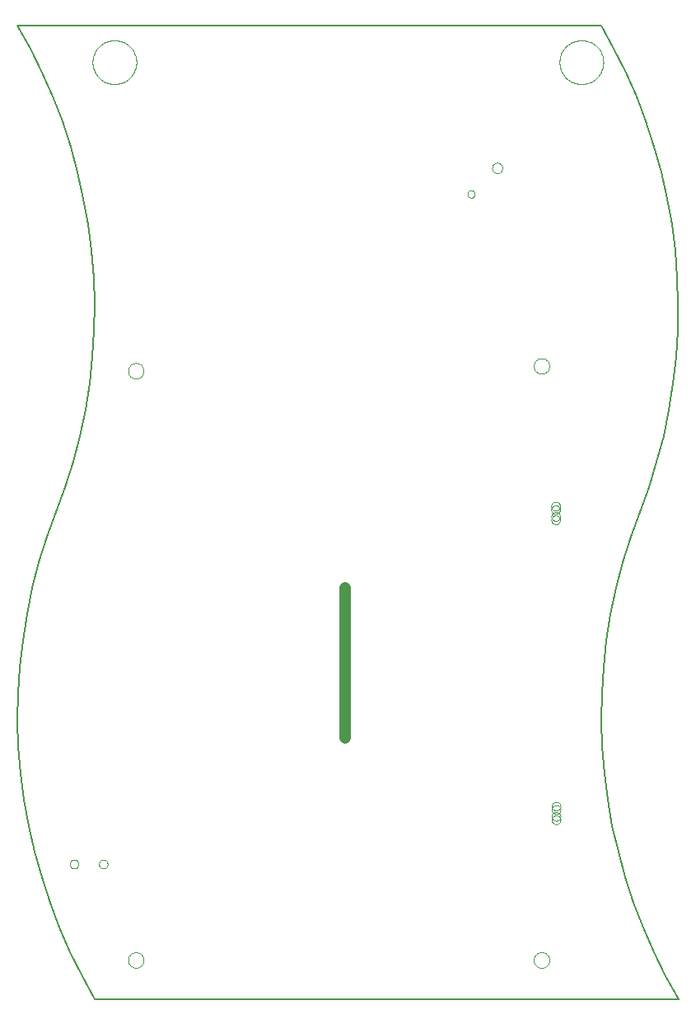
<source format=gko>
G75*
G70*
%OFA0B0*%
%FSLAX24Y24*%
%IPPOS*%
%LPD*%
%AMOC8*
5,1,8,0,0,1.08239X$1,22.5*
%
%ADD10C,0.0050*%
%ADD11C,0.0472*%
%ADD12C,0.0000*%
D10*
X004395Y000704D02*
X028017Y000704D01*
X004395Y000704D02*
X003871Y001643D01*
X003391Y002606D01*
X002958Y003591D01*
X002573Y004595D01*
X002236Y005617D01*
X001948Y006654D01*
X001710Y007703D01*
X001522Y008762D01*
X001385Y009829D01*
X001299Y010902D01*
X001265Y011977D01*
X001282Y013052D01*
X001350Y014126D01*
X001469Y015195D01*
X001640Y016257D01*
X001861Y017310D01*
X002131Y018351D01*
X002452Y019378D01*
X002821Y020389D01*
X026442Y020389D02*
X026811Y021400D01*
X027132Y022427D01*
X027402Y023468D01*
X027623Y024521D01*
X027794Y025583D01*
X027913Y026652D01*
X027981Y027726D01*
X027998Y028801D01*
X027964Y029876D01*
X027878Y030949D01*
X027741Y032016D01*
X027553Y033075D01*
X027315Y034124D01*
X027027Y035161D01*
X026690Y036183D01*
X026305Y037187D01*
X025872Y038172D01*
X025392Y039135D01*
X024868Y040074D01*
X024867Y040074D02*
X001245Y040074D01*
X001246Y040074D02*
X001770Y039135D01*
X002250Y038172D01*
X002683Y037187D01*
X003068Y036183D01*
X003405Y035161D01*
X003693Y034124D01*
X003931Y033075D01*
X004119Y032016D01*
X004256Y030949D01*
X004342Y029876D01*
X004376Y028801D01*
X004359Y027726D01*
X004291Y026652D01*
X004172Y025583D01*
X004001Y024521D01*
X003780Y023468D01*
X003510Y022427D01*
X003189Y021400D01*
X002820Y020389D01*
X026443Y020389D02*
X026074Y019378D01*
X025753Y018351D01*
X025483Y017310D01*
X025262Y016257D01*
X025091Y015195D01*
X024972Y014126D01*
X024904Y013052D01*
X024887Y011977D01*
X024921Y010902D01*
X025007Y009829D01*
X025144Y008762D01*
X025332Y007703D01*
X025570Y006654D01*
X025858Y005617D01*
X026195Y004595D01*
X026580Y003591D01*
X027013Y002606D01*
X027493Y001643D01*
X028017Y000704D01*
D11*
X014513Y011255D02*
X014513Y017318D01*
D12*
X003371Y006157D02*
X003373Y006183D01*
X003379Y006209D01*
X003389Y006234D01*
X003402Y006257D01*
X003418Y006277D01*
X003438Y006295D01*
X003460Y006310D01*
X003483Y006322D01*
X003509Y006330D01*
X003535Y006334D01*
X003561Y006334D01*
X003587Y006330D01*
X003613Y006322D01*
X003637Y006310D01*
X003658Y006295D01*
X003678Y006277D01*
X003694Y006257D01*
X003707Y006234D01*
X003717Y006209D01*
X003723Y006183D01*
X003725Y006157D01*
X003723Y006131D01*
X003717Y006105D01*
X003707Y006080D01*
X003694Y006057D01*
X003678Y006037D01*
X003658Y006019D01*
X003636Y006004D01*
X003613Y005992D01*
X003587Y005984D01*
X003561Y005980D01*
X003535Y005980D01*
X003509Y005984D01*
X003483Y005992D01*
X003459Y006004D01*
X003438Y006019D01*
X003418Y006037D01*
X003402Y006057D01*
X003389Y006080D01*
X003379Y006105D01*
X003373Y006131D01*
X003371Y006157D01*
X004553Y006157D02*
X004555Y006183D01*
X004561Y006209D01*
X004571Y006234D01*
X004584Y006257D01*
X004600Y006277D01*
X004620Y006295D01*
X004642Y006310D01*
X004665Y006322D01*
X004691Y006330D01*
X004717Y006334D01*
X004743Y006334D01*
X004769Y006330D01*
X004795Y006322D01*
X004819Y006310D01*
X004840Y006295D01*
X004860Y006277D01*
X004876Y006257D01*
X004889Y006234D01*
X004899Y006209D01*
X004905Y006183D01*
X004907Y006157D01*
X004905Y006131D01*
X004899Y006105D01*
X004889Y006080D01*
X004876Y006057D01*
X004860Y006037D01*
X004840Y006019D01*
X004818Y006004D01*
X004795Y005992D01*
X004769Y005984D01*
X004743Y005980D01*
X004717Y005980D01*
X004691Y005984D01*
X004665Y005992D01*
X004641Y006004D01*
X004620Y006019D01*
X004600Y006037D01*
X004584Y006057D01*
X004571Y006080D01*
X004561Y006105D01*
X004555Y006131D01*
X004553Y006157D01*
X005733Y002279D02*
X005735Y002314D01*
X005741Y002349D01*
X005751Y002383D01*
X005764Y002416D01*
X005781Y002447D01*
X005802Y002475D01*
X005825Y002502D01*
X005852Y002525D01*
X005880Y002546D01*
X005911Y002563D01*
X005944Y002576D01*
X005978Y002586D01*
X006013Y002592D01*
X006048Y002594D01*
X006083Y002592D01*
X006118Y002586D01*
X006152Y002576D01*
X006185Y002563D01*
X006216Y002546D01*
X006244Y002525D01*
X006271Y002502D01*
X006294Y002475D01*
X006315Y002447D01*
X006332Y002416D01*
X006345Y002383D01*
X006355Y002349D01*
X006361Y002314D01*
X006363Y002279D01*
X006361Y002244D01*
X006355Y002209D01*
X006345Y002175D01*
X006332Y002142D01*
X006315Y002111D01*
X006294Y002083D01*
X006271Y002056D01*
X006244Y002033D01*
X006216Y002012D01*
X006185Y001995D01*
X006152Y001982D01*
X006118Y001972D01*
X006083Y001966D01*
X006048Y001964D01*
X006013Y001966D01*
X005978Y001972D01*
X005944Y001982D01*
X005911Y001995D01*
X005880Y002012D01*
X005852Y002033D01*
X005825Y002056D01*
X005802Y002083D01*
X005781Y002111D01*
X005764Y002142D01*
X005751Y002175D01*
X005741Y002209D01*
X005735Y002244D01*
X005733Y002279D01*
X005733Y026098D02*
X005735Y026133D01*
X005741Y026168D01*
X005751Y026202D01*
X005764Y026235D01*
X005781Y026266D01*
X005802Y026294D01*
X005825Y026321D01*
X005852Y026344D01*
X005880Y026365D01*
X005911Y026382D01*
X005944Y026395D01*
X005978Y026405D01*
X006013Y026411D01*
X006048Y026413D01*
X006083Y026411D01*
X006118Y026405D01*
X006152Y026395D01*
X006185Y026382D01*
X006216Y026365D01*
X006244Y026344D01*
X006271Y026321D01*
X006294Y026294D01*
X006315Y026266D01*
X006332Y026235D01*
X006345Y026202D01*
X006355Y026168D01*
X006361Y026133D01*
X006363Y026098D01*
X006361Y026063D01*
X006355Y026028D01*
X006345Y025994D01*
X006332Y025961D01*
X006315Y025930D01*
X006294Y025902D01*
X006271Y025875D01*
X006244Y025852D01*
X006216Y025831D01*
X006185Y025814D01*
X006152Y025801D01*
X006118Y025791D01*
X006083Y025785D01*
X006048Y025783D01*
X006013Y025785D01*
X005978Y025791D01*
X005944Y025801D01*
X005911Y025814D01*
X005880Y025831D01*
X005852Y025852D01*
X005825Y025875D01*
X005802Y025902D01*
X005781Y025930D01*
X005764Y025961D01*
X005751Y025994D01*
X005741Y026028D01*
X005735Y026063D01*
X005733Y026098D01*
X004296Y038578D02*
X004298Y038637D01*
X004304Y038696D01*
X004314Y038754D01*
X004327Y038812D01*
X004345Y038869D01*
X004366Y038924D01*
X004391Y038978D01*
X004420Y039030D01*
X004452Y039079D01*
X004487Y039127D01*
X004525Y039172D01*
X004566Y039215D01*
X004610Y039255D01*
X004656Y039291D01*
X004705Y039325D01*
X004756Y039355D01*
X004809Y039382D01*
X004864Y039405D01*
X004919Y039424D01*
X004977Y039440D01*
X005035Y039452D01*
X005093Y039460D01*
X005152Y039464D01*
X005212Y039464D01*
X005271Y039460D01*
X005329Y039452D01*
X005387Y039440D01*
X005445Y039424D01*
X005500Y039405D01*
X005555Y039382D01*
X005608Y039355D01*
X005659Y039325D01*
X005708Y039291D01*
X005754Y039255D01*
X005798Y039215D01*
X005839Y039172D01*
X005877Y039127D01*
X005912Y039079D01*
X005944Y039030D01*
X005973Y038978D01*
X005998Y038924D01*
X006019Y038869D01*
X006037Y038812D01*
X006050Y038754D01*
X006060Y038696D01*
X006066Y038637D01*
X006068Y038578D01*
X006066Y038519D01*
X006060Y038460D01*
X006050Y038402D01*
X006037Y038344D01*
X006019Y038287D01*
X005998Y038232D01*
X005973Y038178D01*
X005944Y038126D01*
X005912Y038077D01*
X005877Y038029D01*
X005839Y037984D01*
X005798Y037941D01*
X005754Y037901D01*
X005708Y037865D01*
X005659Y037831D01*
X005608Y037801D01*
X005555Y037774D01*
X005500Y037751D01*
X005445Y037732D01*
X005387Y037716D01*
X005329Y037704D01*
X005271Y037696D01*
X005212Y037692D01*
X005152Y037692D01*
X005093Y037696D01*
X005035Y037704D01*
X004977Y037716D01*
X004919Y037732D01*
X004864Y037751D01*
X004809Y037774D01*
X004756Y037801D01*
X004705Y037831D01*
X004656Y037865D01*
X004610Y037901D01*
X004566Y037941D01*
X004525Y037984D01*
X004487Y038029D01*
X004452Y038077D01*
X004420Y038126D01*
X004391Y038178D01*
X004366Y038232D01*
X004345Y038287D01*
X004327Y038344D01*
X004314Y038402D01*
X004304Y038460D01*
X004298Y038519D01*
X004296Y038578D01*
X019466Y033246D02*
X019468Y033270D01*
X019474Y033293D01*
X019483Y033315D01*
X019496Y033335D01*
X019511Y033353D01*
X019530Y033368D01*
X019551Y033380D01*
X019573Y033388D01*
X019596Y033393D01*
X019620Y033394D01*
X019644Y033391D01*
X019666Y033384D01*
X019688Y033374D01*
X019708Y033361D01*
X019725Y033344D01*
X019739Y033325D01*
X019750Y033304D01*
X019758Y033281D01*
X019762Y033258D01*
X019762Y033234D01*
X019758Y033211D01*
X019750Y033188D01*
X019739Y033167D01*
X019725Y033148D01*
X019708Y033131D01*
X019688Y033118D01*
X019666Y033108D01*
X019644Y033101D01*
X019620Y033098D01*
X019596Y033099D01*
X019573Y033104D01*
X019551Y033112D01*
X019530Y033124D01*
X019511Y033139D01*
X019496Y033157D01*
X019483Y033177D01*
X019474Y033199D01*
X019468Y033222D01*
X019466Y033246D01*
X020465Y034304D02*
X020467Y034332D01*
X020473Y034360D01*
X020482Y034386D01*
X020495Y034412D01*
X020511Y034435D01*
X020531Y034455D01*
X020553Y034473D01*
X020577Y034488D01*
X020603Y034499D01*
X020630Y034507D01*
X020658Y034511D01*
X020686Y034511D01*
X020714Y034507D01*
X020741Y034499D01*
X020767Y034488D01*
X020791Y034473D01*
X020813Y034455D01*
X020833Y034435D01*
X020849Y034412D01*
X020862Y034386D01*
X020871Y034360D01*
X020877Y034332D01*
X020879Y034304D01*
X020877Y034276D01*
X020871Y034248D01*
X020862Y034222D01*
X020849Y034196D01*
X020833Y034173D01*
X020813Y034153D01*
X020791Y034135D01*
X020767Y034120D01*
X020741Y034109D01*
X020714Y034101D01*
X020686Y034097D01*
X020658Y034097D01*
X020630Y034101D01*
X020603Y034109D01*
X020577Y034120D01*
X020553Y034135D01*
X020531Y034153D01*
X020511Y034173D01*
X020495Y034196D01*
X020482Y034222D01*
X020473Y034248D01*
X020467Y034276D01*
X020465Y034304D01*
X023194Y038578D02*
X023196Y038637D01*
X023202Y038696D01*
X023212Y038754D01*
X023225Y038812D01*
X023243Y038869D01*
X023264Y038924D01*
X023289Y038978D01*
X023318Y039030D01*
X023350Y039079D01*
X023385Y039127D01*
X023423Y039172D01*
X023464Y039215D01*
X023508Y039255D01*
X023554Y039291D01*
X023603Y039325D01*
X023654Y039355D01*
X023707Y039382D01*
X023762Y039405D01*
X023817Y039424D01*
X023875Y039440D01*
X023933Y039452D01*
X023991Y039460D01*
X024050Y039464D01*
X024110Y039464D01*
X024169Y039460D01*
X024227Y039452D01*
X024285Y039440D01*
X024343Y039424D01*
X024398Y039405D01*
X024453Y039382D01*
X024506Y039355D01*
X024557Y039325D01*
X024606Y039291D01*
X024652Y039255D01*
X024696Y039215D01*
X024737Y039172D01*
X024775Y039127D01*
X024810Y039079D01*
X024842Y039030D01*
X024871Y038978D01*
X024896Y038924D01*
X024917Y038869D01*
X024935Y038812D01*
X024948Y038754D01*
X024958Y038696D01*
X024964Y038637D01*
X024966Y038578D01*
X024964Y038519D01*
X024958Y038460D01*
X024948Y038402D01*
X024935Y038344D01*
X024917Y038287D01*
X024896Y038232D01*
X024871Y038178D01*
X024842Y038126D01*
X024810Y038077D01*
X024775Y038029D01*
X024737Y037984D01*
X024696Y037941D01*
X024652Y037901D01*
X024606Y037865D01*
X024557Y037831D01*
X024506Y037801D01*
X024453Y037774D01*
X024398Y037751D01*
X024343Y037732D01*
X024285Y037716D01*
X024227Y037704D01*
X024169Y037696D01*
X024110Y037692D01*
X024050Y037692D01*
X023991Y037696D01*
X023933Y037704D01*
X023875Y037716D01*
X023817Y037732D01*
X023762Y037751D01*
X023707Y037774D01*
X023654Y037801D01*
X023603Y037831D01*
X023554Y037865D01*
X023508Y037901D01*
X023464Y037941D01*
X023423Y037984D01*
X023385Y038029D01*
X023350Y038077D01*
X023318Y038126D01*
X023289Y038178D01*
X023264Y038232D01*
X023243Y038287D01*
X023225Y038344D01*
X023212Y038402D01*
X023202Y038460D01*
X023196Y038519D01*
X023194Y038578D01*
X022151Y026294D02*
X022153Y026329D01*
X022159Y026364D01*
X022169Y026398D01*
X022182Y026431D01*
X022199Y026462D01*
X022220Y026490D01*
X022243Y026517D01*
X022270Y026540D01*
X022298Y026561D01*
X022329Y026578D01*
X022362Y026591D01*
X022396Y026601D01*
X022431Y026607D01*
X022466Y026609D01*
X022501Y026607D01*
X022536Y026601D01*
X022570Y026591D01*
X022603Y026578D01*
X022634Y026561D01*
X022662Y026540D01*
X022689Y026517D01*
X022712Y026490D01*
X022733Y026462D01*
X022750Y026431D01*
X022763Y026398D01*
X022773Y026364D01*
X022779Y026329D01*
X022781Y026294D01*
X022779Y026259D01*
X022773Y026224D01*
X022763Y026190D01*
X022750Y026157D01*
X022733Y026126D01*
X022712Y026098D01*
X022689Y026071D01*
X022662Y026048D01*
X022634Y026027D01*
X022603Y026010D01*
X022570Y025997D01*
X022536Y025987D01*
X022501Y025981D01*
X022466Y025979D01*
X022431Y025981D01*
X022396Y025987D01*
X022362Y025997D01*
X022329Y026010D01*
X022298Y026027D01*
X022270Y026048D01*
X022243Y026071D01*
X022220Y026098D01*
X022199Y026126D01*
X022182Y026157D01*
X022169Y026190D01*
X022159Y026224D01*
X022153Y026259D01*
X022151Y026294D01*
X022860Y020625D02*
X022862Y020651D01*
X022868Y020677D01*
X022878Y020702D01*
X022891Y020725D01*
X022907Y020745D01*
X022927Y020763D01*
X022949Y020778D01*
X022972Y020790D01*
X022998Y020798D01*
X023024Y020802D01*
X023050Y020802D01*
X023076Y020798D01*
X023102Y020790D01*
X023126Y020778D01*
X023147Y020763D01*
X023167Y020745D01*
X023183Y020725D01*
X023196Y020702D01*
X023206Y020677D01*
X023212Y020651D01*
X023214Y020625D01*
X023212Y020599D01*
X023206Y020573D01*
X023196Y020548D01*
X023183Y020525D01*
X023167Y020505D01*
X023147Y020487D01*
X023125Y020472D01*
X023102Y020460D01*
X023076Y020452D01*
X023050Y020448D01*
X023024Y020448D01*
X022998Y020452D01*
X022972Y020460D01*
X022948Y020472D01*
X022927Y020487D01*
X022907Y020505D01*
X022891Y020525D01*
X022878Y020548D01*
X022868Y020573D01*
X022862Y020599D01*
X022860Y020625D01*
X022860Y020487D02*
X022862Y020513D01*
X022868Y020539D01*
X022878Y020564D01*
X022891Y020587D01*
X022907Y020607D01*
X022927Y020625D01*
X022949Y020640D01*
X022972Y020652D01*
X022998Y020660D01*
X023024Y020664D01*
X023050Y020664D01*
X023076Y020660D01*
X023102Y020652D01*
X023126Y020640D01*
X023147Y020625D01*
X023167Y020607D01*
X023183Y020587D01*
X023196Y020564D01*
X023206Y020539D01*
X023212Y020513D01*
X023214Y020487D01*
X023212Y020461D01*
X023206Y020435D01*
X023196Y020410D01*
X023183Y020387D01*
X023167Y020367D01*
X023147Y020349D01*
X023125Y020334D01*
X023102Y020322D01*
X023076Y020314D01*
X023050Y020310D01*
X023024Y020310D01*
X022998Y020314D01*
X022972Y020322D01*
X022948Y020334D01*
X022927Y020349D01*
X022907Y020367D01*
X022891Y020387D01*
X022878Y020410D01*
X022868Y020435D01*
X022862Y020461D01*
X022860Y020487D01*
X022860Y020212D02*
X022862Y020238D01*
X022868Y020264D01*
X022878Y020289D01*
X022891Y020312D01*
X022907Y020332D01*
X022927Y020350D01*
X022949Y020365D01*
X022972Y020377D01*
X022998Y020385D01*
X023024Y020389D01*
X023050Y020389D01*
X023076Y020385D01*
X023102Y020377D01*
X023126Y020365D01*
X023147Y020350D01*
X023167Y020332D01*
X023183Y020312D01*
X023196Y020289D01*
X023206Y020264D01*
X023212Y020238D01*
X023214Y020212D01*
X023212Y020186D01*
X023206Y020160D01*
X023196Y020135D01*
X023183Y020112D01*
X023167Y020092D01*
X023147Y020074D01*
X023125Y020059D01*
X023102Y020047D01*
X023076Y020039D01*
X023050Y020035D01*
X023024Y020035D01*
X022998Y020039D01*
X022972Y020047D01*
X022948Y020059D01*
X022927Y020074D01*
X022907Y020092D01*
X022891Y020112D01*
X022878Y020135D01*
X022868Y020160D01*
X022862Y020186D01*
X022860Y020212D01*
X022860Y020074D02*
X022862Y020100D01*
X022868Y020126D01*
X022878Y020151D01*
X022891Y020174D01*
X022907Y020194D01*
X022927Y020212D01*
X022949Y020227D01*
X022972Y020239D01*
X022998Y020247D01*
X023024Y020251D01*
X023050Y020251D01*
X023076Y020247D01*
X023102Y020239D01*
X023126Y020227D01*
X023147Y020212D01*
X023167Y020194D01*
X023183Y020174D01*
X023196Y020151D01*
X023206Y020126D01*
X023212Y020100D01*
X023214Y020074D01*
X023212Y020048D01*
X023206Y020022D01*
X023196Y019997D01*
X023183Y019974D01*
X023167Y019954D01*
X023147Y019936D01*
X023125Y019921D01*
X023102Y019909D01*
X023076Y019901D01*
X023050Y019897D01*
X023024Y019897D01*
X022998Y019901D01*
X022972Y019909D01*
X022948Y019921D01*
X022927Y019936D01*
X022907Y019954D01*
X022891Y019974D01*
X022878Y019997D01*
X022868Y020022D01*
X022862Y020048D01*
X022860Y020074D01*
X022879Y008499D02*
X022881Y008525D01*
X022887Y008551D01*
X022897Y008576D01*
X022910Y008599D01*
X022926Y008619D01*
X022946Y008637D01*
X022968Y008652D01*
X022991Y008664D01*
X023017Y008672D01*
X023043Y008676D01*
X023069Y008676D01*
X023095Y008672D01*
X023121Y008664D01*
X023145Y008652D01*
X023166Y008637D01*
X023186Y008619D01*
X023202Y008599D01*
X023215Y008576D01*
X023225Y008551D01*
X023231Y008525D01*
X023233Y008499D01*
X023231Y008473D01*
X023225Y008447D01*
X023215Y008422D01*
X023202Y008399D01*
X023186Y008379D01*
X023166Y008361D01*
X023144Y008346D01*
X023121Y008334D01*
X023095Y008326D01*
X023069Y008322D01*
X023043Y008322D01*
X023017Y008326D01*
X022991Y008334D01*
X022967Y008346D01*
X022946Y008361D01*
X022926Y008379D01*
X022910Y008399D01*
X022897Y008422D01*
X022887Y008447D01*
X022881Y008473D01*
X022879Y008499D01*
X022879Y008361D02*
X022881Y008387D01*
X022887Y008413D01*
X022897Y008438D01*
X022910Y008461D01*
X022926Y008481D01*
X022946Y008499D01*
X022968Y008514D01*
X022991Y008526D01*
X023017Y008534D01*
X023043Y008538D01*
X023069Y008538D01*
X023095Y008534D01*
X023121Y008526D01*
X023145Y008514D01*
X023166Y008499D01*
X023186Y008481D01*
X023202Y008461D01*
X023215Y008438D01*
X023225Y008413D01*
X023231Y008387D01*
X023233Y008361D01*
X023231Y008335D01*
X023225Y008309D01*
X023215Y008284D01*
X023202Y008261D01*
X023186Y008241D01*
X023166Y008223D01*
X023144Y008208D01*
X023121Y008196D01*
X023095Y008188D01*
X023069Y008184D01*
X023043Y008184D01*
X023017Y008188D01*
X022991Y008196D01*
X022967Y008208D01*
X022946Y008223D01*
X022926Y008241D01*
X022910Y008261D01*
X022897Y008284D01*
X022887Y008309D01*
X022881Y008335D01*
X022879Y008361D01*
X022879Y008086D02*
X022881Y008112D01*
X022887Y008138D01*
X022897Y008163D01*
X022910Y008186D01*
X022926Y008206D01*
X022946Y008224D01*
X022968Y008239D01*
X022991Y008251D01*
X023017Y008259D01*
X023043Y008263D01*
X023069Y008263D01*
X023095Y008259D01*
X023121Y008251D01*
X023145Y008239D01*
X023166Y008224D01*
X023186Y008206D01*
X023202Y008186D01*
X023215Y008163D01*
X023225Y008138D01*
X023231Y008112D01*
X023233Y008086D01*
X023231Y008060D01*
X023225Y008034D01*
X023215Y008009D01*
X023202Y007986D01*
X023186Y007966D01*
X023166Y007948D01*
X023144Y007933D01*
X023121Y007921D01*
X023095Y007913D01*
X023069Y007909D01*
X023043Y007909D01*
X023017Y007913D01*
X022991Y007921D01*
X022967Y007933D01*
X022946Y007948D01*
X022926Y007966D01*
X022910Y007986D01*
X022897Y008009D01*
X022887Y008034D01*
X022881Y008060D01*
X022879Y008086D01*
X022879Y007948D02*
X022881Y007974D01*
X022887Y008000D01*
X022897Y008025D01*
X022910Y008048D01*
X022926Y008068D01*
X022946Y008086D01*
X022968Y008101D01*
X022991Y008113D01*
X023017Y008121D01*
X023043Y008125D01*
X023069Y008125D01*
X023095Y008121D01*
X023121Y008113D01*
X023145Y008101D01*
X023166Y008086D01*
X023186Y008068D01*
X023202Y008048D01*
X023215Y008025D01*
X023225Y008000D01*
X023231Y007974D01*
X023233Y007948D01*
X023231Y007922D01*
X023225Y007896D01*
X023215Y007871D01*
X023202Y007848D01*
X023186Y007828D01*
X023166Y007810D01*
X023144Y007795D01*
X023121Y007783D01*
X023095Y007775D01*
X023069Y007771D01*
X023043Y007771D01*
X023017Y007775D01*
X022991Y007783D01*
X022967Y007795D01*
X022946Y007810D01*
X022926Y007828D01*
X022910Y007848D01*
X022897Y007871D01*
X022887Y007896D01*
X022881Y007922D01*
X022879Y007948D01*
X022151Y002279D02*
X022153Y002314D01*
X022159Y002349D01*
X022169Y002383D01*
X022182Y002416D01*
X022199Y002447D01*
X022220Y002475D01*
X022243Y002502D01*
X022270Y002525D01*
X022298Y002546D01*
X022329Y002563D01*
X022362Y002576D01*
X022396Y002586D01*
X022431Y002592D01*
X022466Y002594D01*
X022501Y002592D01*
X022536Y002586D01*
X022570Y002576D01*
X022603Y002563D01*
X022634Y002546D01*
X022662Y002525D01*
X022689Y002502D01*
X022712Y002475D01*
X022733Y002447D01*
X022750Y002416D01*
X022763Y002383D01*
X022773Y002349D01*
X022779Y002314D01*
X022781Y002279D01*
X022779Y002244D01*
X022773Y002209D01*
X022763Y002175D01*
X022750Y002142D01*
X022733Y002111D01*
X022712Y002083D01*
X022689Y002056D01*
X022662Y002033D01*
X022634Y002012D01*
X022603Y001995D01*
X022570Y001982D01*
X022536Y001972D01*
X022501Y001966D01*
X022466Y001964D01*
X022431Y001966D01*
X022396Y001972D01*
X022362Y001982D01*
X022329Y001995D01*
X022298Y002012D01*
X022270Y002033D01*
X022243Y002056D01*
X022220Y002083D01*
X022199Y002111D01*
X022182Y002142D01*
X022169Y002175D01*
X022159Y002209D01*
X022153Y002244D01*
X022151Y002279D01*
M02*

</source>
